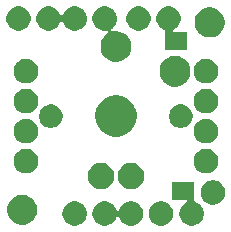
<source format=gbr>
G04 #@! TF.GenerationSoftware,KiCad,Pcbnew,(5.1.2)-1*
G04 #@! TF.CreationDate,2019-10-23T14:11:39-07:00*
G04 #@! TF.ProjectId,SparkFun-Cherry-MX-Switch-Breakout,53706172-6b46-4756-9e2d-436865727279,rev?*
G04 #@! TF.SameCoordinates,Original*
G04 #@! TF.FileFunction,Soldermask,Bot*
G04 #@! TF.FilePolarity,Negative*
%FSLAX46Y46*%
G04 Gerber Fmt 4.6, Leading zero omitted, Abs format (unit mm)*
G04 Created by KiCad (PCBNEW (5.1.2)-1) date 2019-10-23 14:11:39*
%MOMM*%
%LPD*%
G04 APERTURE LIST*
%ADD10C,0.150000*%
%ADD11C,0.101600*%
G04 APERTURE END LIST*
D10*
X154445000Y-93650000D02*
X155715000Y-93650000D01*
X155080000Y-106350000D02*
X156350000Y-106350000D01*
D11*
G36*
X156642100Y-107138964D02*
G01*
X156644502Y-107163350D01*
X156651615Y-107186799D01*
X156663166Y-107208410D01*
X156678711Y-107227352D01*
X156697653Y-107242897D01*
X156719264Y-107254448D01*
X156894621Y-107327083D01*
X156906788Y-107332123D01*
X157077354Y-107446092D01*
X157222408Y-107591146D01*
X157222409Y-107591148D01*
X157336378Y-107761714D01*
X157414880Y-107951235D01*
X157437033Y-108062604D01*
X157454900Y-108152431D01*
X157454900Y-108357569D01*
X157414880Y-108558765D01*
X157336377Y-108748288D01*
X157222408Y-108918854D01*
X157077354Y-109063908D01*
X156906788Y-109177877D01*
X156906787Y-109177878D01*
X156906786Y-109177878D01*
X156717265Y-109256380D01*
X156516070Y-109296400D01*
X156310930Y-109296400D01*
X156109735Y-109256380D01*
X155920214Y-109177878D01*
X155920213Y-109177878D01*
X155920212Y-109177877D01*
X155749646Y-109063908D01*
X155604592Y-108918854D01*
X155490623Y-108748288D01*
X155412120Y-108558765D01*
X155372100Y-108357569D01*
X155372100Y-108152431D01*
X155389968Y-108062604D01*
X155412120Y-107951235D01*
X155490622Y-107761714D01*
X155604591Y-107591148D01*
X155604592Y-107591146D01*
X155749646Y-107446092D01*
X155920212Y-107332123D01*
X155920214Y-107332122D01*
X155932379Y-107327083D01*
X155953990Y-107315532D01*
X155972932Y-107299987D01*
X155988477Y-107281045D01*
X156000028Y-107259434D01*
X156007141Y-107235985D01*
X156009543Y-107211599D01*
X156007141Y-107187213D01*
X156000028Y-107163764D01*
X155988477Y-107142153D01*
X155972932Y-107123211D01*
X155953990Y-107107666D01*
X155932379Y-107096115D01*
X155908930Y-107089002D01*
X155884544Y-107086600D01*
X154787900Y-107086600D01*
X154787900Y-105613400D01*
X156642100Y-105613400D01*
X156642100Y-107138964D01*
X156642100Y-107138964D01*
G37*
G36*
X149351265Y-107253620D02*
G01*
X149528621Y-107327083D01*
X149540788Y-107332123D01*
X149711354Y-107446092D01*
X149856408Y-107591146D01*
X149856409Y-107591148D01*
X149970378Y-107761714D01*
X150043266Y-107937682D01*
X150054817Y-107959293D01*
X150070362Y-107978234D01*
X150089304Y-107993780D01*
X150110915Y-108005331D01*
X150134364Y-108012444D01*
X150158750Y-108014846D01*
X150183136Y-108012444D01*
X150206585Y-108005331D01*
X150228196Y-107993780D01*
X150247137Y-107978235D01*
X150262683Y-107959293D01*
X150274234Y-107937682D01*
X150347122Y-107761714D01*
X150461091Y-107591148D01*
X150461092Y-107591146D01*
X150606146Y-107446092D01*
X150776712Y-107332123D01*
X150788880Y-107327083D01*
X150966235Y-107253620D01*
X151167430Y-107213600D01*
X151372570Y-107213600D01*
X151573765Y-107253620D01*
X151751121Y-107327083D01*
X151763288Y-107332123D01*
X151933854Y-107446092D01*
X152078908Y-107591146D01*
X152078909Y-107591148D01*
X152192878Y-107761714D01*
X152271380Y-107951235D01*
X152293533Y-108062604D01*
X152311400Y-108152431D01*
X152311400Y-108357569D01*
X152271380Y-108558765D01*
X152192877Y-108748288D01*
X152078908Y-108918854D01*
X151933854Y-109063908D01*
X151763288Y-109177877D01*
X151763287Y-109177878D01*
X151763286Y-109177878D01*
X151573765Y-109256380D01*
X151372570Y-109296400D01*
X151167430Y-109296400D01*
X150966235Y-109256380D01*
X150776714Y-109177878D01*
X150776713Y-109177878D01*
X150776712Y-109177877D01*
X150606146Y-109063908D01*
X150461092Y-108918854D01*
X150347123Y-108748288D01*
X150274233Y-108572317D01*
X150262683Y-108550707D01*
X150247138Y-108531766D01*
X150228196Y-108516220D01*
X150206585Y-108504669D01*
X150183136Y-108497556D01*
X150158750Y-108495154D01*
X150134364Y-108497556D01*
X150110915Y-108504669D01*
X150089304Y-108516220D01*
X150070363Y-108531765D01*
X150054817Y-108550707D01*
X150043267Y-108572317D01*
X149970377Y-108748288D01*
X149856408Y-108918854D01*
X149711354Y-109063908D01*
X149540788Y-109177877D01*
X149540787Y-109177878D01*
X149540786Y-109177878D01*
X149351265Y-109256380D01*
X149150070Y-109296400D01*
X148944930Y-109296400D01*
X148743735Y-109256380D01*
X148554214Y-109177878D01*
X148554213Y-109177878D01*
X148554212Y-109177877D01*
X148383646Y-109063908D01*
X148238592Y-108918854D01*
X148124623Y-108748288D01*
X148046120Y-108558765D01*
X148006100Y-108357569D01*
X148006100Y-108152431D01*
X148023968Y-108062604D01*
X148046120Y-107951235D01*
X148124622Y-107761714D01*
X148238591Y-107591148D01*
X148238592Y-107591146D01*
X148383646Y-107446092D01*
X148554212Y-107332123D01*
X148566380Y-107327083D01*
X148743735Y-107253620D01*
X148944930Y-107213600D01*
X149150070Y-107213600D01*
X149351265Y-107253620D01*
X149351265Y-107253620D01*
G37*
G36*
X146811265Y-107253620D02*
G01*
X146988621Y-107327083D01*
X147000788Y-107332123D01*
X147171354Y-107446092D01*
X147316408Y-107591146D01*
X147316409Y-107591148D01*
X147430378Y-107761714D01*
X147508880Y-107951235D01*
X147531033Y-108062604D01*
X147548900Y-108152431D01*
X147548900Y-108357569D01*
X147508880Y-108558765D01*
X147430377Y-108748288D01*
X147316408Y-108918854D01*
X147171354Y-109063908D01*
X147000788Y-109177877D01*
X147000787Y-109177878D01*
X147000786Y-109177878D01*
X146811265Y-109256380D01*
X146610070Y-109296400D01*
X146404930Y-109296400D01*
X146203735Y-109256380D01*
X146014214Y-109177878D01*
X146014213Y-109177878D01*
X146014212Y-109177877D01*
X145843646Y-109063908D01*
X145698592Y-108918854D01*
X145584623Y-108748288D01*
X145506120Y-108558765D01*
X145466100Y-108357569D01*
X145466100Y-108152431D01*
X145483968Y-108062604D01*
X145506120Y-107951235D01*
X145584622Y-107761714D01*
X145698591Y-107591148D01*
X145698592Y-107591146D01*
X145843646Y-107446092D01*
X146014212Y-107332123D01*
X146026380Y-107327083D01*
X146203735Y-107253620D01*
X146404930Y-107213600D01*
X146610070Y-107213600D01*
X146811265Y-107253620D01*
X146811265Y-107253620D01*
G37*
G36*
X154113765Y-107253620D02*
G01*
X154291121Y-107327083D01*
X154303288Y-107332123D01*
X154473854Y-107446092D01*
X154618908Y-107591146D01*
X154618909Y-107591148D01*
X154732878Y-107761714D01*
X154811380Y-107951235D01*
X154833533Y-108062604D01*
X154851400Y-108152431D01*
X154851400Y-108357569D01*
X154811380Y-108558765D01*
X154732877Y-108748288D01*
X154618908Y-108918854D01*
X154473854Y-109063908D01*
X154303288Y-109177877D01*
X154303287Y-109177878D01*
X154303286Y-109177878D01*
X154113765Y-109256380D01*
X153912570Y-109296400D01*
X153707430Y-109296400D01*
X153506235Y-109256380D01*
X153316714Y-109177878D01*
X153316713Y-109177878D01*
X153316712Y-109177877D01*
X153146146Y-109063908D01*
X153001092Y-108918854D01*
X152887123Y-108748288D01*
X152808620Y-108558765D01*
X152768600Y-108357569D01*
X152768600Y-108152431D01*
X152786468Y-108062604D01*
X152808620Y-107951235D01*
X152887122Y-107761714D01*
X153001091Y-107591148D01*
X153001092Y-107591146D01*
X153146146Y-107446092D01*
X153316712Y-107332123D01*
X153328880Y-107327083D01*
X153506235Y-107253620D01*
X153707430Y-107213600D01*
X153912570Y-107213600D01*
X154113765Y-107253620D01*
X154113765Y-107253620D01*
G37*
G36*
X142433004Y-106716112D02*
G01*
X142664164Y-106811862D01*
X142872204Y-106950870D01*
X143049130Y-107127796D01*
X143188138Y-107335836D01*
X143283888Y-107566996D01*
X143332700Y-107812395D01*
X143332700Y-108062605D01*
X143283888Y-108308004D01*
X143188138Y-108539164D01*
X143049130Y-108747204D01*
X142872204Y-108924130D01*
X142664164Y-109063138D01*
X142433004Y-109158888D01*
X142187605Y-109207700D01*
X141937395Y-109207700D01*
X141691996Y-109158888D01*
X141460836Y-109063138D01*
X141252796Y-108924130D01*
X141075870Y-108747204D01*
X140936862Y-108539164D01*
X140841112Y-108308004D01*
X140792300Y-108062605D01*
X140792300Y-107812395D01*
X140841112Y-107566996D01*
X140936862Y-107335836D01*
X141075870Y-107127796D01*
X141252796Y-106950870D01*
X141460836Y-106811862D01*
X141691996Y-106716112D01*
X141937395Y-106667300D01*
X142187605Y-106667300D01*
X142433004Y-106716112D01*
X142433004Y-106716112D01*
G37*
G36*
X158513316Y-105457569D02*
G01*
X158702839Y-105536072D01*
X158873405Y-105650041D01*
X159018459Y-105795095D01*
X159132428Y-105965661D01*
X159210931Y-106155184D01*
X159250951Y-106356380D01*
X159250951Y-106561518D01*
X159210931Y-106762714D01*
X159132428Y-106952237D01*
X159018459Y-107122803D01*
X158873405Y-107267857D01*
X158702839Y-107381826D01*
X158702838Y-107381827D01*
X158702837Y-107381827D01*
X158513316Y-107460329D01*
X158312121Y-107500349D01*
X158106981Y-107500349D01*
X157905786Y-107460329D01*
X157716265Y-107381827D01*
X157716264Y-107381827D01*
X157716263Y-107381826D01*
X157545697Y-107267857D01*
X157400643Y-107122803D01*
X157286674Y-106952237D01*
X157208171Y-106762714D01*
X157168151Y-106561518D01*
X157168151Y-106356380D01*
X157208171Y-106155184D01*
X157286674Y-105965661D01*
X157400643Y-105795095D01*
X157545697Y-105650041D01*
X157716263Y-105536072D01*
X157905786Y-105457569D01*
X158106981Y-105417549D01*
X158312121Y-105417549D01*
X158513316Y-105457569D01*
X158513316Y-105457569D01*
G37*
G36*
X151410800Y-103968512D02*
G01*
X151595992Y-104005348D01*
X151799382Y-104089595D01*
X151982429Y-104211903D01*
X152138097Y-104367571D01*
X152260405Y-104550618D01*
X152344652Y-104754008D01*
X152387600Y-104969926D01*
X152387600Y-105190074D01*
X152344652Y-105405992D01*
X152260405Y-105609382D01*
X152138097Y-105792429D01*
X151982429Y-105948097D01*
X151799382Y-106070405D01*
X151595992Y-106154652D01*
X151410800Y-106191488D01*
X151380075Y-106197600D01*
X151159925Y-106197600D01*
X151129200Y-106191488D01*
X150944008Y-106154652D01*
X150740618Y-106070405D01*
X150557571Y-105948097D01*
X150401903Y-105792429D01*
X150279595Y-105609382D01*
X150195348Y-105405992D01*
X150152400Y-105190074D01*
X150152400Y-104969926D01*
X150195348Y-104754008D01*
X150279595Y-104550618D01*
X150401903Y-104367571D01*
X150557571Y-104211903D01*
X150740618Y-104089595D01*
X150944008Y-104005348D01*
X151129200Y-103968512D01*
X151159925Y-103962400D01*
X151380075Y-103962400D01*
X151410800Y-103968512D01*
X151410800Y-103968512D01*
G37*
G36*
X148870800Y-103968512D02*
G01*
X149055992Y-104005348D01*
X149259382Y-104089595D01*
X149442429Y-104211903D01*
X149598097Y-104367571D01*
X149720405Y-104550618D01*
X149804652Y-104754008D01*
X149847600Y-104969926D01*
X149847600Y-105190074D01*
X149804652Y-105405992D01*
X149720405Y-105609382D01*
X149598097Y-105792429D01*
X149442429Y-105948097D01*
X149259382Y-106070405D01*
X149055992Y-106154652D01*
X148870800Y-106191488D01*
X148840075Y-106197600D01*
X148619925Y-106197600D01*
X148589200Y-106191488D01*
X148404008Y-106154652D01*
X148200618Y-106070405D01*
X148017571Y-105948097D01*
X147861903Y-105792429D01*
X147739595Y-105609382D01*
X147655348Y-105405992D01*
X147612400Y-105190074D01*
X147612400Y-104969926D01*
X147655348Y-104754008D01*
X147739595Y-104550618D01*
X147861903Y-104367571D01*
X148017571Y-104211903D01*
X148200618Y-104089595D01*
X148404008Y-104005348D01*
X148589200Y-103968512D01*
X148619925Y-103962400D01*
X148840075Y-103962400D01*
X148870800Y-103968512D01*
X148870800Y-103968512D01*
G37*
G36*
X142683765Y-102808620D02*
G01*
X142873288Y-102887123D01*
X143043854Y-103001092D01*
X143188908Y-103146146D01*
X143302877Y-103316712D01*
X143381380Y-103506235D01*
X143421400Y-103707431D01*
X143421400Y-103912569D01*
X143381380Y-104113765D01*
X143302877Y-104303288D01*
X143188908Y-104473854D01*
X143043854Y-104618908D01*
X142873288Y-104732877D01*
X142873287Y-104732878D01*
X142873286Y-104732878D01*
X142683765Y-104811380D01*
X142482570Y-104851400D01*
X142277430Y-104851400D01*
X142076235Y-104811380D01*
X141886714Y-104732878D01*
X141886713Y-104732878D01*
X141886712Y-104732877D01*
X141716146Y-104618908D01*
X141571092Y-104473854D01*
X141457123Y-104303288D01*
X141378620Y-104113765D01*
X141338600Y-103912569D01*
X141338600Y-103707431D01*
X141378620Y-103506235D01*
X141457123Y-103316712D01*
X141571092Y-103146146D01*
X141716146Y-103001092D01*
X141886712Y-102887123D01*
X142076235Y-102808620D01*
X142277430Y-102768600D01*
X142482570Y-102768600D01*
X142683765Y-102808620D01*
X142683765Y-102808620D01*
G37*
G36*
X157923765Y-102808620D02*
G01*
X158113288Y-102887123D01*
X158283854Y-103001092D01*
X158428908Y-103146146D01*
X158542877Y-103316712D01*
X158621380Y-103506235D01*
X158661400Y-103707431D01*
X158661400Y-103912569D01*
X158621380Y-104113765D01*
X158542877Y-104303288D01*
X158428908Y-104473854D01*
X158283854Y-104618908D01*
X158113288Y-104732877D01*
X158113287Y-104732878D01*
X158113286Y-104732878D01*
X157923765Y-104811380D01*
X157722570Y-104851400D01*
X157517430Y-104851400D01*
X157316235Y-104811380D01*
X157126714Y-104732878D01*
X157126713Y-104732878D01*
X157126712Y-104732877D01*
X156956146Y-104618908D01*
X156811092Y-104473854D01*
X156697123Y-104303288D01*
X156618620Y-104113765D01*
X156578600Y-103912569D01*
X156578600Y-103707431D01*
X156618620Y-103506235D01*
X156697123Y-103316712D01*
X156811092Y-103146146D01*
X156956146Y-103001092D01*
X157126712Y-102887123D01*
X157316235Y-102808620D01*
X157517430Y-102768600D01*
X157722570Y-102768600D01*
X157923765Y-102808620D01*
X157923765Y-102808620D01*
G37*
G36*
X157923765Y-100268620D02*
G01*
X157980164Y-100291981D01*
X158113288Y-100347123D01*
X158283854Y-100461092D01*
X158428908Y-100606146D01*
X158428909Y-100606148D01*
X158542878Y-100776714D01*
X158588591Y-100887075D01*
X158621380Y-100966235D01*
X158661400Y-101167431D01*
X158661400Y-101372569D01*
X158621380Y-101573765D01*
X158542877Y-101763288D01*
X158428908Y-101933854D01*
X158283854Y-102078908D01*
X158113288Y-102192877D01*
X158113287Y-102192878D01*
X158113286Y-102192878D01*
X157923765Y-102271380D01*
X157722570Y-102311400D01*
X157517430Y-102311400D01*
X157316235Y-102271380D01*
X157126714Y-102192878D01*
X157126713Y-102192878D01*
X157126712Y-102192877D01*
X156956146Y-102078908D01*
X156811092Y-101933854D01*
X156697123Y-101763288D01*
X156618620Y-101573765D01*
X156578600Y-101372569D01*
X156578600Y-101167431D01*
X156618620Y-100966235D01*
X156651409Y-100887075D01*
X156697122Y-100776714D01*
X156811091Y-100606148D01*
X156811092Y-100606146D01*
X156956146Y-100461092D01*
X157126712Y-100347123D01*
X157259837Y-100291981D01*
X157316235Y-100268620D01*
X157517430Y-100228600D01*
X157722570Y-100228600D01*
X157923765Y-100268620D01*
X157923765Y-100268620D01*
G37*
G36*
X142683765Y-100268620D02*
G01*
X142740164Y-100291981D01*
X142873288Y-100347123D01*
X143043854Y-100461092D01*
X143188908Y-100606146D01*
X143188909Y-100606148D01*
X143302878Y-100776714D01*
X143348591Y-100887075D01*
X143381380Y-100966235D01*
X143421400Y-101167431D01*
X143421400Y-101372569D01*
X143381380Y-101573765D01*
X143302877Y-101763288D01*
X143188908Y-101933854D01*
X143043854Y-102078908D01*
X142873288Y-102192877D01*
X142873287Y-102192878D01*
X142873286Y-102192878D01*
X142683765Y-102271380D01*
X142482570Y-102311400D01*
X142277430Y-102311400D01*
X142076235Y-102271380D01*
X141886714Y-102192878D01*
X141886713Y-102192878D01*
X141886712Y-102192877D01*
X141716146Y-102078908D01*
X141571092Y-101933854D01*
X141457123Y-101763288D01*
X141378620Y-101573765D01*
X141338600Y-101372569D01*
X141338600Y-101167431D01*
X141378620Y-100966235D01*
X141411409Y-100887075D01*
X141457122Y-100776714D01*
X141571091Y-100606148D01*
X141571092Y-100606146D01*
X141716146Y-100461092D01*
X141886712Y-100347123D01*
X142019837Y-100291981D01*
X142076235Y-100268620D01*
X142277430Y-100228600D01*
X142482570Y-100228600D01*
X142683765Y-100268620D01*
X142683765Y-100268620D01*
G37*
G36*
X150397985Y-98293860D02*
G01*
X150510748Y-98316290D01*
X150642741Y-98370963D01*
X150829408Y-98448283D01*
X151116196Y-98639909D01*
X151360091Y-98883804D01*
X151551717Y-99170592D01*
X151573543Y-99223286D01*
X151683710Y-99489252D01*
X151690990Y-99525851D01*
X151751000Y-99827540D01*
X151751000Y-100172460D01*
X151716257Y-100347122D01*
X151690990Y-100474151D01*
X151683710Y-100510747D01*
X151551717Y-100829408D01*
X151360091Y-101116196D01*
X151116196Y-101360091D01*
X150829408Y-101551717D01*
X150642741Y-101629037D01*
X150510748Y-101683710D01*
X150397985Y-101706140D01*
X150172460Y-101751000D01*
X149827540Y-101751000D01*
X149602015Y-101706140D01*
X149489252Y-101683710D01*
X149357259Y-101629037D01*
X149170592Y-101551717D01*
X148883804Y-101360091D01*
X148639909Y-101116196D01*
X148448283Y-100829408D01*
X148316290Y-100510747D01*
X148309011Y-100474151D01*
X148283743Y-100347122D01*
X148249000Y-100172460D01*
X148249000Y-99827540D01*
X148309010Y-99525851D01*
X148316290Y-99489252D01*
X148426457Y-99223286D01*
X148448283Y-99170592D01*
X148639909Y-98883804D01*
X148883804Y-98639909D01*
X149170592Y-98448283D01*
X149357259Y-98370963D01*
X149489252Y-98316290D01*
X149602015Y-98293860D01*
X149827540Y-98249000D01*
X150172460Y-98249000D01*
X150397985Y-98293860D01*
X150397985Y-98293860D01*
G37*
G36*
X144791981Y-99037468D02*
G01*
X144974151Y-99112926D01*
X145138100Y-99222473D01*
X145277527Y-99361900D01*
X145387074Y-99525849D01*
X145462532Y-99708019D01*
X145501000Y-99901410D01*
X145501000Y-100098590D01*
X145462532Y-100291981D01*
X145387074Y-100474151D01*
X145277527Y-100638100D01*
X145138100Y-100777527D01*
X144974151Y-100887074D01*
X144791981Y-100962532D01*
X144598591Y-101001000D01*
X144401409Y-101001000D01*
X144304715Y-100981766D01*
X144208019Y-100962532D01*
X144025849Y-100887074D01*
X143861900Y-100777527D01*
X143722473Y-100638100D01*
X143612926Y-100474151D01*
X143537468Y-100291981D01*
X143499000Y-100098590D01*
X143499000Y-99901410D01*
X143537468Y-99708019D01*
X143612926Y-99525849D01*
X143722473Y-99361900D01*
X143861900Y-99222473D01*
X144025849Y-99112926D01*
X144208019Y-99037468D01*
X144304715Y-99018234D01*
X144401409Y-98999000D01*
X144598591Y-98999000D01*
X144791981Y-99037468D01*
X144791981Y-99037468D01*
G37*
G36*
X155791981Y-99037468D02*
G01*
X155974151Y-99112926D01*
X156138100Y-99222473D01*
X156277527Y-99361900D01*
X156387074Y-99525849D01*
X156462532Y-99708019D01*
X156501000Y-99901410D01*
X156501000Y-100098590D01*
X156462532Y-100291981D01*
X156387074Y-100474151D01*
X156277527Y-100638100D01*
X156138100Y-100777527D01*
X155974151Y-100887074D01*
X155791981Y-100962532D01*
X155598591Y-101001000D01*
X155401409Y-101001000D01*
X155304715Y-100981766D01*
X155208019Y-100962532D01*
X155025849Y-100887074D01*
X154861900Y-100777527D01*
X154722473Y-100638100D01*
X154612926Y-100474151D01*
X154537468Y-100291981D01*
X154499000Y-100098590D01*
X154499000Y-99901410D01*
X154537468Y-99708019D01*
X154612926Y-99525849D01*
X154722473Y-99361900D01*
X154861900Y-99222473D01*
X155025849Y-99112926D01*
X155208019Y-99037468D01*
X155304715Y-99018234D01*
X155401409Y-98999000D01*
X155598591Y-98999000D01*
X155791981Y-99037468D01*
X155791981Y-99037468D01*
G37*
G36*
X142683765Y-97728620D02*
G01*
X142873288Y-97807123D01*
X143043854Y-97921092D01*
X143188908Y-98066146D01*
X143188909Y-98066148D01*
X143302878Y-98236714D01*
X143381380Y-98426235D01*
X143421400Y-98627430D01*
X143421400Y-98832570D01*
X143381380Y-99033765D01*
X143324705Y-99170592D01*
X143302877Y-99223288D01*
X143188908Y-99393854D01*
X143043854Y-99538908D01*
X142873288Y-99652877D01*
X142873287Y-99652878D01*
X142873286Y-99652878D01*
X142683765Y-99731380D01*
X142482570Y-99771400D01*
X142277430Y-99771400D01*
X142076235Y-99731380D01*
X141886714Y-99652878D01*
X141886713Y-99652878D01*
X141886712Y-99652877D01*
X141716146Y-99538908D01*
X141571092Y-99393854D01*
X141457123Y-99223288D01*
X141435296Y-99170592D01*
X141378620Y-99033765D01*
X141338600Y-98832570D01*
X141338600Y-98627430D01*
X141378620Y-98426235D01*
X141457122Y-98236714D01*
X141571091Y-98066148D01*
X141571092Y-98066146D01*
X141716146Y-97921092D01*
X141886712Y-97807123D01*
X142076235Y-97728620D01*
X142277430Y-97688600D01*
X142482570Y-97688600D01*
X142683765Y-97728620D01*
X142683765Y-97728620D01*
G37*
G36*
X157923765Y-97728620D02*
G01*
X158113288Y-97807123D01*
X158283854Y-97921092D01*
X158428908Y-98066146D01*
X158428909Y-98066148D01*
X158542878Y-98236714D01*
X158621380Y-98426235D01*
X158661400Y-98627430D01*
X158661400Y-98832570D01*
X158621380Y-99033765D01*
X158564705Y-99170592D01*
X158542877Y-99223288D01*
X158428908Y-99393854D01*
X158283854Y-99538908D01*
X158113288Y-99652877D01*
X158113287Y-99652878D01*
X158113286Y-99652878D01*
X157923765Y-99731380D01*
X157722570Y-99771400D01*
X157517430Y-99771400D01*
X157316235Y-99731380D01*
X157126714Y-99652878D01*
X157126713Y-99652878D01*
X157126712Y-99652877D01*
X156956146Y-99538908D01*
X156811092Y-99393854D01*
X156697123Y-99223288D01*
X156675296Y-99170592D01*
X156618620Y-99033765D01*
X156578600Y-98832570D01*
X156578600Y-98627430D01*
X156618620Y-98426235D01*
X156697122Y-98236714D01*
X156811091Y-98066148D01*
X156811092Y-98066146D01*
X156956146Y-97921092D01*
X157126712Y-97807123D01*
X157316235Y-97728620D01*
X157517430Y-97688600D01*
X157722570Y-97688600D01*
X157923765Y-97728620D01*
X157923765Y-97728620D01*
G37*
G36*
X155379662Y-94948419D02*
G01*
X155616537Y-95046536D01*
X155616539Y-95046537D01*
X155829722Y-95188981D01*
X156011019Y-95370278D01*
X156153463Y-95583461D01*
X156153464Y-95583463D01*
X156251581Y-95820338D01*
X156301600Y-96071802D01*
X156301600Y-96328198D01*
X156251581Y-96579662D01*
X156153464Y-96816537D01*
X156153463Y-96816539D01*
X156011019Y-97029722D01*
X155829722Y-97211019D01*
X155616539Y-97353463D01*
X155616538Y-97353464D01*
X155616537Y-97353464D01*
X155379662Y-97451581D01*
X155128198Y-97501600D01*
X154871802Y-97501600D01*
X154620338Y-97451581D01*
X154383463Y-97353464D01*
X154383462Y-97353464D01*
X154383461Y-97353463D01*
X154170278Y-97211019D01*
X153988981Y-97029722D01*
X153846537Y-96816539D01*
X153846536Y-96816537D01*
X153748419Y-96579662D01*
X153698400Y-96328198D01*
X153698400Y-96071802D01*
X153748419Y-95820338D01*
X153846536Y-95583463D01*
X153846537Y-95583461D01*
X153988981Y-95370278D01*
X154170278Y-95188981D01*
X154383461Y-95046537D01*
X154383463Y-95046536D01*
X154620338Y-94948419D01*
X154871802Y-94898400D01*
X155128198Y-94898400D01*
X155379662Y-94948419D01*
X155379662Y-94948419D01*
G37*
G36*
X157923765Y-95188620D02*
G01*
X158080313Y-95253464D01*
X158113288Y-95267123D01*
X158283854Y-95381092D01*
X158428908Y-95526146D01*
X158467206Y-95583463D01*
X158542878Y-95696714D01*
X158621380Y-95886235D01*
X158661400Y-96087430D01*
X158661400Y-96292570D01*
X158654313Y-96328198D01*
X158621380Y-96493765D01*
X158542877Y-96683288D01*
X158428908Y-96853854D01*
X158283854Y-96998908D01*
X158113288Y-97112877D01*
X158113287Y-97112878D01*
X158113286Y-97112878D01*
X157923765Y-97191380D01*
X157722570Y-97231400D01*
X157517430Y-97231400D01*
X157316235Y-97191380D01*
X157126714Y-97112878D01*
X157126713Y-97112878D01*
X157126712Y-97112877D01*
X156956146Y-96998908D01*
X156811092Y-96853854D01*
X156697123Y-96683288D01*
X156618620Y-96493765D01*
X156585687Y-96328198D01*
X156578600Y-96292570D01*
X156578600Y-96087430D01*
X156618620Y-95886235D01*
X156697122Y-95696714D01*
X156772794Y-95583463D01*
X156811092Y-95526146D01*
X156956146Y-95381092D01*
X157126712Y-95267123D01*
X157159688Y-95253464D01*
X157316235Y-95188620D01*
X157517430Y-95148600D01*
X157722570Y-95148600D01*
X157923765Y-95188620D01*
X157923765Y-95188620D01*
G37*
G36*
X142683765Y-95188620D02*
G01*
X142840313Y-95253464D01*
X142873288Y-95267123D01*
X143043854Y-95381092D01*
X143188908Y-95526146D01*
X143227206Y-95583463D01*
X143302878Y-95696714D01*
X143381380Y-95886235D01*
X143421400Y-96087430D01*
X143421400Y-96292570D01*
X143414313Y-96328198D01*
X143381380Y-96493765D01*
X143302877Y-96683288D01*
X143188908Y-96853854D01*
X143043854Y-96998908D01*
X142873288Y-97112877D01*
X142873287Y-97112878D01*
X142873286Y-97112878D01*
X142683765Y-97191380D01*
X142482570Y-97231400D01*
X142277430Y-97231400D01*
X142076235Y-97191380D01*
X141886714Y-97112878D01*
X141886713Y-97112878D01*
X141886712Y-97112877D01*
X141716146Y-96998908D01*
X141571092Y-96853854D01*
X141457123Y-96683288D01*
X141378620Y-96493765D01*
X141345687Y-96328198D01*
X141338600Y-96292570D01*
X141338600Y-96087430D01*
X141378620Y-95886235D01*
X141457122Y-95696714D01*
X141532794Y-95583463D01*
X141571092Y-95526146D01*
X141716146Y-95381092D01*
X141886712Y-95267123D01*
X141919688Y-95253464D01*
X142076235Y-95188620D01*
X142277430Y-95148600D01*
X142482570Y-95148600D01*
X142683765Y-95188620D01*
X142683765Y-95188620D01*
G37*
G36*
X149351265Y-90743620D02*
G01*
X149540788Y-90822123D01*
X149711354Y-90936092D01*
X149856408Y-91081146D01*
X149856409Y-91081148D01*
X149970378Y-91251714D01*
X150048880Y-91441235D01*
X150088900Y-91642430D01*
X150088900Y-91847570D01*
X150061533Y-91985154D01*
X150048880Y-92048765D01*
X149970377Y-92238288D01*
X149856408Y-92408854D01*
X149711354Y-92553908D01*
X149644837Y-92598353D01*
X149625898Y-92613897D01*
X149610353Y-92632839D01*
X149598802Y-92654449D01*
X149591689Y-92677898D01*
X149589287Y-92702284D01*
X149591689Y-92726670D01*
X149598802Y-92750119D01*
X149610353Y-92771730D01*
X149625899Y-92790672D01*
X149644841Y-92806217D01*
X149666451Y-92817768D01*
X149689900Y-92824881D01*
X149714286Y-92827283D01*
X149738672Y-92824881D01*
X149871802Y-92798400D01*
X150128198Y-92798400D01*
X150379662Y-92848419D01*
X150613910Y-92945448D01*
X150616539Y-92946537D01*
X150829722Y-93088981D01*
X151011019Y-93270278D01*
X151153463Y-93483461D01*
X151153464Y-93483463D01*
X151251581Y-93720338D01*
X151301600Y-93971802D01*
X151301600Y-94228198D01*
X151251581Y-94479662D01*
X151153464Y-94716537D01*
X151153463Y-94716539D01*
X151011019Y-94929722D01*
X150829722Y-95111019D01*
X150616539Y-95253463D01*
X150616538Y-95253464D01*
X150616537Y-95253464D01*
X150379662Y-95351581D01*
X150128198Y-95401600D01*
X149871802Y-95401600D01*
X149620338Y-95351581D01*
X149383463Y-95253464D01*
X149383462Y-95253464D01*
X149383461Y-95253463D01*
X149170278Y-95111019D01*
X148988981Y-94929722D01*
X148846537Y-94716539D01*
X148846536Y-94716537D01*
X148748419Y-94479662D01*
X148698400Y-94228198D01*
X148698400Y-93971802D01*
X148748419Y-93720338D01*
X148846536Y-93483463D01*
X148846537Y-93483461D01*
X148988981Y-93270278D01*
X149170278Y-93088981D01*
X149301139Y-93001542D01*
X149320076Y-92986001D01*
X149335622Y-92967059D01*
X149347173Y-92945448D01*
X149354286Y-92921999D01*
X149356688Y-92897613D01*
X149354286Y-92873227D01*
X149347173Y-92849778D01*
X149335622Y-92828167D01*
X149320077Y-92809226D01*
X149301135Y-92793680D01*
X149279524Y-92782129D01*
X149256075Y-92775016D01*
X149231689Y-92772614D01*
X149207304Y-92775016D01*
X149150071Y-92786400D01*
X148944930Y-92786400D01*
X148743735Y-92746380D01*
X148554214Y-92667878D01*
X148554213Y-92667878D01*
X148554212Y-92667877D01*
X148383646Y-92553908D01*
X148238592Y-92408854D01*
X148124623Y-92238288D01*
X148046120Y-92048765D01*
X148033467Y-91985154D01*
X148006100Y-91847570D01*
X148006100Y-91642430D01*
X148046120Y-91441235D01*
X148124622Y-91251714D01*
X148238591Y-91081148D01*
X148238592Y-91081146D01*
X148383646Y-90936092D01*
X148554212Y-90822123D01*
X148743735Y-90743620D01*
X148944930Y-90703600D01*
X149150070Y-90703600D01*
X149351265Y-90743620D01*
X149351265Y-90743620D01*
G37*
G36*
X154748765Y-90743620D02*
G01*
X154938288Y-90822123D01*
X155108854Y-90936092D01*
X155253908Y-91081146D01*
X155253909Y-91081148D01*
X155367878Y-91251714D01*
X155446380Y-91441235D01*
X155486400Y-91642430D01*
X155486400Y-91847570D01*
X155459033Y-91985154D01*
X155446380Y-92048765D01*
X155367877Y-92238288D01*
X155253908Y-92408854D01*
X155108854Y-92553908D01*
X154938288Y-92667877D01*
X154938287Y-92667878D01*
X154938286Y-92667878D01*
X154926121Y-92672917D01*
X154904510Y-92684468D01*
X154885568Y-92700013D01*
X154870023Y-92718955D01*
X154858472Y-92740566D01*
X154851359Y-92764015D01*
X154848957Y-92788401D01*
X154851359Y-92812787D01*
X154858472Y-92836236D01*
X154870023Y-92857847D01*
X154885568Y-92876789D01*
X154904510Y-92892334D01*
X154926121Y-92903885D01*
X154949570Y-92910998D01*
X154973956Y-92913400D01*
X156007100Y-92913400D01*
X156007100Y-94386600D01*
X154152900Y-94386600D01*
X154152900Y-92834733D01*
X154150498Y-92810347D01*
X154143385Y-92786898D01*
X154131834Y-92765287D01*
X154116289Y-92746345D01*
X154097347Y-92730800D01*
X154075740Y-92719251D01*
X153975905Y-92677898D01*
X153951714Y-92667878D01*
X153951713Y-92667878D01*
X153951712Y-92667877D01*
X153781146Y-92553908D01*
X153636092Y-92408854D01*
X153522123Y-92238288D01*
X153443620Y-92048765D01*
X153430967Y-91985154D01*
X153403600Y-91847570D01*
X153403600Y-91642430D01*
X153443620Y-91441235D01*
X153522122Y-91251714D01*
X153636091Y-91081148D01*
X153636092Y-91081146D01*
X153781146Y-90936092D01*
X153951712Y-90822123D01*
X154141235Y-90743620D01*
X154342430Y-90703600D01*
X154547570Y-90703600D01*
X154748765Y-90743620D01*
X154748765Y-90743620D01*
G37*
G36*
X158308004Y-90841112D02*
G01*
X158539164Y-90936862D01*
X158747204Y-91075870D01*
X158924130Y-91252796D01*
X159063138Y-91460836D01*
X159158888Y-91691996D01*
X159207700Y-91937395D01*
X159207700Y-92187605D01*
X159158888Y-92433004D01*
X159063138Y-92664164D01*
X158924130Y-92872204D01*
X158747204Y-93049130D01*
X158539164Y-93188138D01*
X158308004Y-93283888D01*
X158062605Y-93332700D01*
X157812395Y-93332700D01*
X157566996Y-93283888D01*
X157335836Y-93188138D01*
X157127796Y-93049130D01*
X156950870Y-92872204D01*
X156811862Y-92664164D01*
X156716112Y-92433004D01*
X156667300Y-92187605D01*
X156667300Y-91937395D01*
X156716112Y-91691996D01*
X156811862Y-91460836D01*
X156950870Y-91252796D01*
X157127796Y-91075870D01*
X157335836Y-90936862D01*
X157566996Y-90841112D01*
X157812395Y-90792300D01*
X158062605Y-90792300D01*
X158308004Y-90841112D01*
X158308004Y-90841112D01*
G37*
G36*
X152208765Y-90743620D02*
G01*
X152398288Y-90822123D01*
X152568854Y-90936092D01*
X152713908Y-91081146D01*
X152713909Y-91081148D01*
X152827878Y-91251714D01*
X152906380Y-91441235D01*
X152946400Y-91642430D01*
X152946400Y-91847570D01*
X152919033Y-91985154D01*
X152906380Y-92048765D01*
X152827877Y-92238288D01*
X152713908Y-92408854D01*
X152568854Y-92553908D01*
X152398288Y-92667877D01*
X152398287Y-92667878D01*
X152398286Y-92667878D01*
X152208765Y-92746380D01*
X152007570Y-92786400D01*
X151802430Y-92786400D01*
X151601235Y-92746380D01*
X151411714Y-92667878D01*
X151411713Y-92667878D01*
X151411712Y-92667877D01*
X151241146Y-92553908D01*
X151096092Y-92408854D01*
X150982123Y-92238288D01*
X150903620Y-92048765D01*
X150890967Y-91985154D01*
X150863600Y-91847570D01*
X150863600Y-91642430D01*
X150903620Y-91441235D01*
X150982122Y-91251714D01*
X151096091Y-91081148D01*
X151096092Y-91081146D01*
X151241146Y-90936092D01*
X151411712Y-90822123D01*
X151601235Y-90743620D01*
X151802430Y-90703600D01*
X152007570Y-90703600D01*
X152208765Y-90743620D01*
X152208765Y-90743620D01*
G37*
G36*
X144588765Y-90743620D02*
G01*
X144778288Y-90822123D01*
X144948854Y-90936092D01*
X145093908Y-91081146D01*
X145093909Y-91081148D01*
X145207878Y-91251714D01*
X145280766Y-91427682D01*
X145292317Y-91449293D01*
X145307862Y-91468234D01*
X145326804Y-91483780D01*
X145348415Y-91495331D01*
X145371864Y-91502444D01*
X145396250Y-91504846D01*
X145420636Y-91502444D01*
X145444085Y-91495331D01*
X145465696Y-91483780D01*
X145484637Y-91468235D01*
X145500183Y-91449293D01*
X145511734Y-91427682D01*
X145584622Y-91251714D01*
X145698591Y-91081148D01*
X145698592Y-91081146D01*
X145843646Y-90936092D01*
X146014212Y-90822123D01*
X146203735Y-90743620D01*
X146404930Y-90703600D01*
X146610070Y-90703600D01*
X146811265Y-90743620D01*
X147000788Y-90822123D01*
X147171354Y-90936092D01*
X147316408Y-91081146D01*
X147316409Y-91081148D01*
X147430378Y-91251714D01*
X147508880Y-91441235D01*
X147548900Y-91642430D01*
X147548900Y-91847570D01*
X147521533Y-91985154D01*
X147508880Y-92048765D01*
X147430377Y-92238288D01*
X147316408Y-92408854D01*
X147171354Y-92553908D01*
X147000788Y-92667877D01*
X147000787Y-92667878D01*
X147000786Y-92667878D01*
X146811265Y-92746380D01*
X146610070Y-92786400D01*
X146404930Y-92786400D01*
X146203735Y-92746380D01*
X146014214Y-92667878D01*
X146014213Y-92667878D01*
X146014212Y-92667877D01*
X145843646Y-92553908D01*
X145698592Y-92408854D01*
X145584623Y-92238288D01*
X145511733Y-92062317D01*
X145500183Y-92040707D01*
X145484638Y-92021766D01*
X145465696Y-92006220D01*
X145444085Y-91994669D01*
X145420636Y-91987556D01*
X145396250Y-91985154D01*
X145371864Y-91987556D01*
X145348415Y-91994669D01*
X145326804Y-92006220D01*
X145307863Y-92021765D01*
X145292317Y-92040707D01*
X145280767Y-92062317D01*
X145207877Y-92238288D01*
X145093908Y-92408854D01*
X144948854Y-92553908D01*
X144778288Y-92667877D01*
X144778287Y-92667878D01*
X144778286Y-92667878D01*
X144588765Y-92746380D01*
X144387570Y-92786400D01*
X144182430Y-92786400D01*
X143981235Y-92746380D01*
X143791714Y-92667878D01*
X143791713Y-92667878D01*
X143791712Y-92667877D01*
X143621146Y-92553908D01*
X143476092Y-92408854D01*
X143362123Y-92238288D01*
X143283620Y-92048765D01*
X143270967Y-91985154D01*
X143243600Y-91847570D01*
X143243600Y-91642430D01*
X143283620Y-91441235D01*
X143362122Y-91251714D01*
X143476091Y-91081148D01*
X143476092Y-91081146D01*
X143621146Y-90936092D01*
X143791712Y-90822123D01*
X143981235Y-90743620D01*
X144182430Y-90703600D01*
X144387570Y-90703600D01*
X144588765Y-90743620D01*
X144588765Y-90743620D01*
G37*
G36*
X142048765Y-90743620D02*
G01*
X142238288Y-90822123D01*
X142408854Y-90936092D01*
X142553908Y-91081146D01*
X142553909Y-91081148D01*
X142667878Y-91251714D01*
X142746380Y-91441235D01*
X142786400Y-91642430D01*
X142786400Y-91847570D01*
X142759033Y-91985154D01*
X142746380Y-92048765D01*
X142667877Y-92238288D01*
X142553908Y-92408854D01*
X142408854Y-92553908D01*
X142238288Y-92667877D01*
X142238287Y-92667878D01*
X142238286Y-92667878D01*
X142048765Y-92746380D01*
X141847570Y-92786400D01*
X141642430Y-92786400D01*
X141441235Y-92746380D01*
X141251714Y-92667878D01*
X141251713Y-92667878D01*
X141251712Y-92667877D01*
X141081146Y-92553908D01*
X140936092Y-92408854D01*
X140822123Y-92238288D01*
X140743620Y-92048765D01*
X140730967Y-91985154D01*
X140703600Y-91847570D01*
X140703600Y-91642430D01*
X140743620Y-91441235D01*
X140822122Y-91251714D01*
X140936091Y-91081148D01*
X140936092Y-91081146D01*
X141081146Y-90936092D01*
X141251712Y-90822123D01*
X141441235Y-90743620D01*
X141642430Y-90703600D01*
X141847570Y-90703600D01*
X142048765Y-90743620D01*
X142048765Y-90743620D01*
G37*
M02*

</source>
